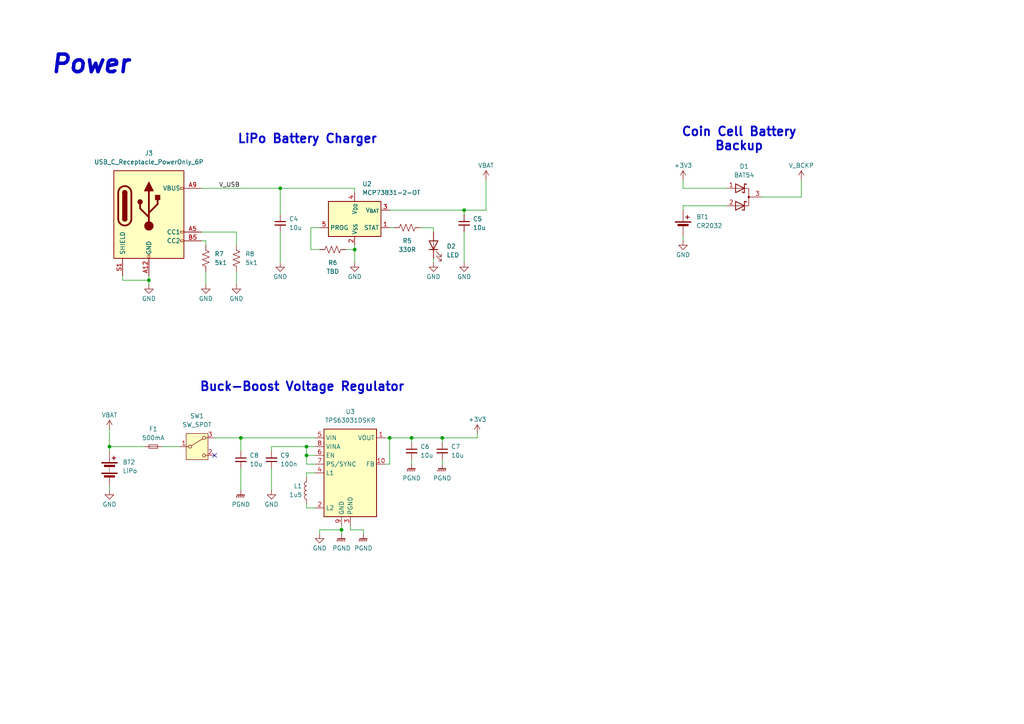
<source format=kicad_sch>
(kicad_sch (version 20231120) (generator "eeschema") (generator_version "8.0")
  (paper "A4")
  (title_block (title "Golf GPS") (date "2025-06-18") (rev "0") (company "Brady Kuhn"))
  (lib_symbols
    (symbol "Battery_Management:MCP73831-2-OT"
      (property "Reference" "U" (at -7.62 6.35 0))
      (property "Value" "MCP73831-2-OT" (at 1.27 6.35 0))
      (symbol "MCP73831-2-OT_0_1"
        (rectangle (start -7.62 5.08) (end 7.62 -5.08) (stroke (width 0.254)) (fill (type background)))
      )
      (symbol "MCP73831-2-OT_1_1"
        (pin tri_state line (at 10.16 -2.54 180) (length 2.54) (name "STAT") (number "1"))
        (pin power_in line (at 0 -7.62 90) (length 2.54) (name "V_{SS}") (number "2"))
        (pin power_out line (at 10.16 2.54 180) (length 2.54) (name "V_{BAT}") (number "3"))
        (pin power_in line (at 0 7.62 270) (length 2.54) (name "V_{DD}") (number "4"))
        (pin input line (at -10.16 -2.54 0) (length 2.54) (name "PROG") (number "5"))
      )
    )
    (symbol "Connector:USB_C_Receptacle_PowerOnly_6P" (pin_names (offset 1.016))
      (property "Reference" "J" (at 0 16.51 0))
      (property "Value" "USB_C_Receptacle_PowerOnly_6P" (at 0 13.97 0))
      (symbol "USB_C_Receptacle_PowerOnly_6P_0_0"
        (rectangle (start -0.254 -12.7) (end 0.254 -11.684))
        (rectangle (start 10.16 -7.366) (end 9.144 -7.874))
        (rectangle (start 10.16 -4.826) (end 9.144 -5.334))
        (rectangle (start 10.16 7.874) (end 9.144 7.366))
      )
      (symbol "USB_C_Receptacle_PowerOnly_6P_0_1"
        (rectangle (start -10.16 12.7) (end 10.16 -12.7) (stroke (width 0.254)) (fill (type background)))
        (arc (start -8.89 -1.27) (mid -6.985 -3.1667) (end -5.08 -1.27) (stroke (width 0.508)))
        (arc (start -7.62 -1.27) (mid -6.985 -1.9023) (end -6.35 -1.27) (stroke (width 0.254)))
        (arc (start -7.62 -1.27) (mid -6.985 -1.9023) (end -6.35 -1.27) (stroke (width 0.254)) (fill (type outline)))
        (rectangle (start -7.62 -1.27) (end -6.35 6.35) (stroke (width 0.254)) (fill (type outline)))
        (arc (start -6.35 6.35) (mid -6.985 6.9823) (end -7.62 6.35) (stroke (width 0.254)))
        (arc (start -6.35 6.35) (mid -6.985 6.9823) (end -7.62 6.35) (stroke (width 0.254)) (fill (type outline)))
        (arc (start -5.08 6.35) (mid -6.985 8.2467) (end -8.89 6.35) (stroke (width 0.508)))
        (circle (center -2.54 3.683) (radius 0.635) (stroke (width 0.254)) (fill (type outline)))
        (circle (center 0 -3.302) (radius 1.27) (fill (type outline)))
        (polyline (pts (xy -8.89 -1.27) (xy -8.89 6.35)) (stroke (width 0.508)))
        (polyline (pts (xy -5.08 6.35) (xy -5.08 -1.27)) (stroke (width 0.508)))
        (polyline (pts (xy 0 -3.302) (xy 0 6.858)) (stroke (width 0.508)))
        (polyline (pts (xy 0 -0.762) (xy -2.54 1.778) (xy -2.54 3.048)) (stroke (width 0.508)))
        (polyline (pts (xy 0 0.508) (xy 2.54 3.048) (xy 2.54 4.318)) (stroke (width 0.508)))
        (polyline (pts (xy -1.27 6.858) (xy 0 9.398) (xy 1.27 6.858) (xy -1.27 6.858)) (stroke (width 0.254)) (fill (type outline)))
        (rectangle (start 1.905 4.318) (end 3.175 5.588) (stroke (width 0.254)) (fill (type outline)))
      )
      (symbol "USB_C_Receptacle_PowerOnly_6P_1_1"
        (pin passive line (at 0 -17.78 90) (length 5.08) (name "GND") (number "A12"))
        (pin bidirectional line (at 15.24 -5.08 180) (length 5.08) (name "CC1") (number "A5"))
        (pin passive line (at 15.24 7.62 180) (length 5.08) (name "VBUS") (number "A9"))
        (pin passive line (at 0 -17.78 90) (length 5.08) hide (name "GND") (number "B12"))
        (pin bidirectional line (at 15.24 -7.62 180) (length 5.08) (name "CC2") (number "B5"))
        (pin passive line (at 15.24 7.62 180) (length 5.08) hide (name "VBUS") (number "B9"))
        (pin passive line (at -7.62 -17.78 90) (length 5.08) (name "SHIELD") (number "S1"))
      )
    )
    (symbol "Device:Battery" (pin_numbers hide) (pin_names (offset 0) hide)
      (property "Reference" "BT" (at 2.54 2.54 0))
      (property "Value" "Battery" (at 2.54 0 0))
      (symbol "Battery_0_1"
        (rectangle (start -2.286 -1.27) (end 2.286 -1.524) (fill (type outline)))
        (rectangle (start -2.286 1.778) (end 2.286 1.524) (fill (type outline)))
        (rectangle (start -1.524 -2.032) (end 1.524 -2.54) (fill (type outline)))
        (rectangle (start -1.524 1.016) (end 1.524 0.508) (fill (type outline)))
        (polyline (pts (xy 0 -1.016) (xy 0 -0.762)))
        (polyline (pts (xy 0 -0.508) (xy 0 -0.254)))
        (polyline (pts (xy 0 0) (xy 0 0.254)))
        (polyline (pts (xy 0 1.778) (xy 0 2.54)))
        (polyline (pts (xy 0.762 3.048) (xy 1.778 3.048)) (stroke (width 0.254)))
        (polyline (pts (xy 1.27 3.556) (xy 1.27 2.54)) (stroke (width 0.254)))
      )
      (symbol "Battery_1_1"
        (pin passive line (at 0 5.08 270) (length 2.54) (name "+") (number "1"))
        (pin passive line (at 0 -5.08 90) (length 2.54) (name "-") (number "2"))
      )
    )
    (symbol "Device:Battery_Cell" (pin_numbers hide) (pin_names (offset 0) hide)
      (property "Reference" "BT" (at 2.54 2.54 0))
      (property "Value" "Battery_Cell" (at 2.54 0 0))
      (symbol "Battery_Cell_0_1"
        (rectangle (start -2.286 1.778) (end 2.286 1.524) (fill (type outline)))
        (rectangle (start -1.524 1.016) (end 1.524 0.508) (fill (type outline)))
        (polyline (pts (xy 0 0.762) (xy 0 0)))
        (polyline (pts (xy 0 1.778) (xy 0 2.54)))
        (polyline (pts (xy 0.762 3.048) (xy 1.778 3.048)) (stroke (width 0.254)))
        (polyline (pts (xy 1.27 3.556) (xy 1.27 2.54)) (stroke (width 0.254)))
      )
      (symbol "Battery_Cell_1_1"
        (pin passive line (at 0 5.08 270) (length 2.54) (name "+") (number "1"))
        (pin passive line (at 0 -2.54 90) (length 2.54) (name "-") (number "2"))
      )
    )
    (symbol "Device:C_Small" (pin_numbers hide) (pin_names (offset 0.254) hide)
      (property "Reference" "C" (at 0.254 1.778 0))
      (property "Value" "C_Small" (at 0.254 -2.032 0))
      (symbol "C_Small_0_1"
        (polyline (pts (xy -1.524 -0.508) (xy 1.524 -0.508)) (stroke (width 0.3302)))
        (polyline (pts (xy -1.524 0.508) (xy 1.524 0.508)) (stroke (width 0.3048)))
      )
      (symbol "C_Small_1_1"
        (pin passive line (at 0 2.54 270) (length 2.032) (name "~") (number "1"))
        (pin passive line (at 0 -2.54 90) (length 2.032) (name "~") (number "2"))
      )
    )
    (symbol "Device:D_Schottky_Dual_CommonCathode_AAK_Parallel" (pin_names (offset 0.762) hide)
      (property "Reference" "D" (at 0 5.08 0))
      (property "Value" "D_Schottky_Dual_CommonCathode_AAK_Parallel" (at 0 -5.08 0))
      (symbol "D_Schottky_Dual_CommonCathode_AAK_Parallel_0_1"
        (polyline (pts (xy 1.27 0) (xy 2.54 0)))
        (polyline (pts (xy -2.54 -2.54) (xy 1.27 -2.54) (xy 1.27 2.54) (xy -2.54 2.54)))
        (polyline (pts (xy -2.54 -1.27) (xy 0 -2.54) (xy -2.54 -3.81) (xy -2.54 -1.27) (xy -2.54 -1.27) (xy -2.54 -1.27)) (stroke (width 0.254)))
        (polyline (pts (xy -2.54 3.81) (xy 0 2.54) (xy -2.54 1.27) (xy -2.54 3.81) (xy -2.54 3.81) (xy -2.54 3.81)) (stroke (width 0.254)))
        (polyline (pts (xy 0.508 -1.524) (xy 0.508 -1.27) (xy 0 -1.27) (xy 0 -3.81) (xy -0.508 -3.81) (xy -0.508 -3.556)) (stroke (width 0.254)))
        (polyline (pts (xy 0.508 3.556) (xy 0.508 3.81) (xy 0 3.81) (xy 0 1.27) (xy -0.508 1.27) (xy -0.508 1.524)) (stroke (width 0.254)))
        (circle (center 1.27 0) (radius 0.254) (fill (type outline)))
        (pin passive line (at -5.08 2.54 0) (length 2.54) (name "K") (number "1"))
        (pin passive line (at -5.08 -2.54 0) (length 2.54) (name "K") (number "2"))
        (pin passive line (at 5.08 0 180) (length 2.54) (name "A") (number "3"))
      )
    )
    (symbol "Device:Fuse_Small" (pin_numbers hide) (pin_names (offset 0.254) hide)
      (property "Reference" "F" (at 0 -1.524 0))
      (property "Value" "Fuse_Small" (at 0 1.524 0))
      (symbol "Fuse_Small_0_1"
        (rectangle (start -1.27 0.508) (end 1.27 -0.508))
        (polyline (pts (xy -1.27 0) (xy 1.27 0)))
      )
      (symbol "Fuse_Small_1_1"
        (pin passive line (at -2.54 0 0) (length 1.27) (name "~") (number "1"))
        (pin passive line (at 2.54 0 180) (length 1.27) (name "~") (number "2"))
      )
    )
    (symbol "Device:L" (pin_numbers hide) (pin_names (offset 1.016) hide)
      (property "Reference" "L" (at -1.27 0 90))
      (property "Value" "L" (at 1.905 0 90))
      (symbol "L_0_1"
        (arc (start 0 -2.54) (mid 0.6323 -1.905) (end 0 -1.27))
        (arc (start 0 -1.27) (mid 0.6323 -0.635) (end 0 0))
        (arc (start 0 0) (mid 0.6323 0.635) (end 0 1.27))
        (arc (start 0 1.27) (mid 0.6323 1.905) (end 0 2.54))
      )
      (symbol "L_1_1"
        (pin passive line (at 0 3.81 270) (length 1.27) (name "1") (number "1"))
        (pin passive line (at 0 -3.81 90) (length 1.27) (name "2") (number "2"))
      )
    )
    (symbol "Device:LED" (pin_numbers hide) (pin_names (offset 1.016) hide)
      (property "Reference" "D" (at 0 2.54 0))
      (property "Value" "LED" (at 0 -2.54 0))
      (symbol "LED_0_1"
        (polyline (pts (xy -1.27 -1.27) (xy -1.27 1.27)) (stroke (width 0.254)))
        (polyline (pts (xy -1.27 0) (xy 1.27 0)))
        (polyline (pts (xy 1.27 -1.27) (xy 1.27 1.27) (xy -1.27 0) (xy 1.27 -1.27)) (stroke (width 0.254)))
        (polyline (pts (xy -3.048 -0.762) (xy -4.572 -2.286) (xy -3.81 -2.286) (xy -4.572 -2.286) (xy -4.572 -1.524)))
        (polyline (pts (xy -1.778 -0.762) (xy -3.302 -2.286) (xy -2.54 -2.286) (xy -3.302 -2.286) (xy -3.302 -1.524)))
      )
      (symbol "LED_1_1"
        (pin passive line (at -3.81 0 0) (length 2.54) (name "K") (number "1"))
        (pin passive line (at 3.81 0 180) (length 2.54) (name "A") (number "2"))
      )
    )
    (symbol "Device:R_US" (pin_numbers hide) (pin_names (offset 0))
      (property "Reference" "R" (at 2.54 0 90))
      (property "Value" "R_US" (at -2.54 0 90))
      (symbol "R_US_0_1"
        (polyline (pts (xy 0 -2.286) (xy 0 -2.54)))
        (polyline (pts (xy 0 2.286) (xy 0 2.54)))
        (polyline (pts (xy 0 -0.762) (xy 1.016 -1.143) (xy 0 -1.524) (xy -1.016 -1.905) (xy 0 -2.286)))
        (polyline (pts (xy 0 0.762) (xy 1.016 0.381) (xy 0 0) (xy -1.016 -0.381) (xy 0 -0.762)))
        (polyline (pts (xy 0 2.286) (xy 1.016 1.905) (xy 0 1.524) (xy -1.016 1.143) (xy 0 0.762)))
      )
      (symbol "R_US_1_1"
        (pin passive line (at 0 3.81 270) (length 1.27) (name "~") (number "1"))
        (pin passive line (at 0 -3.81 90) (length 1.27) (name "~") (number "2"))
      )
    )
    (symbol "Regulator_Switching:TPS63031DSK"
      (property "Reference" "U" (at -7.62 13.97 0))
      (property "Value" "TPS63031DSK" (at 5.08 13.97 0))
      (symbol "TPS63031DSK_0_1"
        (rectangle (start -7.62 12.7) (end 7.62 -12.7) (stroke (width 0.254)) (fill (type background)))
      )
      (symbol "TPS63031DSK_1_1"
        (pin power_out line (at 10.16 10.16 180) (length 2.54) (name "VOUT") (number "1"))
        (pin input line (at 10.16 2.54 180) (length 2.54) (name "FB") (number "10"))
        (pin passive line (at 0 -15.24 90) (length 2.54) hide (name "PGND") (number "11"))
        (pin input line (at -10.16 -10.16 0) (length 2.54) (name "L2") (number "2"))
        (pin power_in line (at 0 -15.24 90) (length 2.54) (name "PGND") (number "3"))
        (pin input line (at -10.16 0 0) (length 2.54) (name "L1") (number "4"))
        (pin power_in line (at -10.16 10.16 0) (length 2.54) (name "VIN") (number "5"))
        (pin input line (at -10.16 5.08 0) (length 2.54) (name "EN") (number "6"))
        (pin input line (at -10.16 2.54 0) (length 2.54) (name "PS/SYNC") (number "7"))
        (pin passive line (at -10.16 7.62 0) (length 2.54) (name "VINA") (number "8"))
        (pin power_in line (at -2.54 -15.24 90) (length 2.54) (name "GND") (number "9"))
      )
    )
    (symbol "Switch:SW_Wuerth_450301014042" (pin_names (offset 1) hide)
      (property "Reference" "SW" (at 0 5.08 0))
      (property "Value" "SW_Wuerth_450301014042" (at 0 -5.08 0))
      (symbol "SW_Wuerth_450301014042_0_1"
        (circle (center -2.032 0) (radius 0.4572))
        (polyline (pts (xy -1.651 0.254) (xy 1.651 2.286)))
        (circle (center 2.032 -2.54) (radius 0.4572))
        (circle (center 2.032 2.54) (radius 0.4572))
      )
      (symbol "SW_Wuerth_450301014042_1_1"
        (rectangle (start -3.175 3.81) (end 3.175 -3.81) (fill (type background)))
        (pin passive line (at -5.08 0 0) (length 2.54) (name "B") (number "1"))
        (pin passive line (at 5.08 -2.54 180) (length 2.54) (name "C") (number "2"))
        (pin passive line (at 5.08 2.54 180) (length 2.54) (name "A") (number "3"))
      )
    )
    (symbol "power:+3V3" (power) (pin_numbers hide) (pin_names (offset 0) hide)
      (property "Value" "+3V3" (at 0 3.556 0))
      (symbol "+3V3_0_1"
        (polyline (pts (xy -0.762 1.27) (xy 0 2.54)))
        (polyline (pts (xy 0 0) (xy 0 2.54)))
        (polyline (pts (xy 0 2.54) (xy 0.762 1.27)))
      )
      (symbol "+3V3_1_1"
        (pin power_in line (at 0 0 90) (length 0) (name "~") (number "1"))
      )
    )
    (symbol "power:GND" (power) (pin_numbers hide) (pin_names (offset 0) hide)
      (property "Value" "GND" (at 0 -3.81 0))
      (symbol "GND_0_1"
        (polyline (pts (xy 0 0) (xy 0 -1.27) (xy 1.27 -1.27) (xy 0 -2.54) (xy -1.27 -1.27) (xy 0 -1.27)))
      )
      (symbol "GND_1_1"
        (pin power_in line (at 0 0 270) (length 0) (name "~") (number "1"))
      )
    )
    (symbol "power:GNDPWR" (power) (pin_numbers hide) (pin_names (offset 0) hide)
      (property "Value" "GNDPWR" (at 0 -3.302 0))
      (symbol "GNDPWR_0_1"
        (polyline (pts (xy 0 -1.27) (xy 0 0)))
        (polyline (pts (xy -1.016 -1.27) (xy -1.27 -2.032) (xy -1.27 -2.032)) (stroke (width 0.2032)))
        (polyline (pts (xy -0.508 -1.27) (xy -0.762 -2.032) (xy -0.762 -2.032)) (stroke (width 0.2032)))
        (polyline (pts (xy 0 -1.27) (xy -0.254 -2.032) (xy -0.254 -2.032)) (stroke (width 0.2032)))
        (polyline (pts (xy 0.508 -1.27) (xy 0.254 -2.032) (xy 0.254 -2.032)) (stroke (width 0.2032)))
        (polyline (pts (xy 1.016 -1.27) (xy -1.016 -1.27) (xy -1.016 -1.27)) (stroke (width 0.2032)))
        (polyline (pts (xy 1.016 -1.27) (xy 0.762 -2.032) (xy 0.762 -2.032) (xy 0.762 -2.032)) (stroke (width 0.2032)))
      )
      (symbol "GNDPWR_1_1"
        (pin power_in line (at 0 0 270) (length 0) (name "~") (number "1"))
      )
    )
  )
  (junction (at 43.18 81.28))
  (junction (at 31.75 129.54))
  (junction (at 113.03 127))
  (junction (at 88.9 132.08))
  (junction (at 69.85 127))
  (junction (at 81.28 54.61))
  (junction (at 134.62 60.96))
  (junction (at 99.06 153.67))
  (junction (at 102.87 72.39))
  (junction (at 119.38 127))
  (junction (at 128.27 127))
  (junction (at 88.9 129.54))
  (no_connect (at 62.23 132.08))
  (wire (pts (xy 46.99 129.54) (xy 52.07 129.54)))
  (wire (pts (xy 69.85 135.89) (xy 69.85 142.24)))
  (wire (pts (xy 198.12 54.61) (xy 210.82 54.61)))
  (wire (pts (xy 69.85 127) (xy 91.44 127)))
  (wire (pts (xy 92.71 153.67) (xy 99.06 153.67)))
  (wire (pts (xy 99.06 152.4) (xy 99.06 153.67)))
  (wire (pts (xy 220.98 57.15) (xy 232.41 57.15)))
  (wire (pts (xy 88.9 132.08) (xy 91.44 132.08)))
  (wire (pts (xy 81.28 67.31) (xy 81.28 76.2)))
  (wire (pts (xy 31.75 129.54) (xy 41.91 129.54)))
  (wire (pts (xy 113.03 134.62) (xy 113.03 127)))
  (wire (pts (xy 198.12 52.07) (xy 198.12 54.61)))
  (wire (pts (xy 134.62 67.31) (xy 134.62 76.2)))
  (wire (pts (xy 92.71 66.04) (xy 90.17 66.04)))
  (wire (pts (xy 111.76 134.62) (xy 113.03 134.62)))
  (wire (pts (xy 88.9 129.54) (xy 91.44 129.54)))
  (wire (pts (xy 92.71 154.94) (xy 92.71 153.67)))
  (wire (pts (xy 43.18 80.01) (xy 43.18 81.28)))
  (wire (pts (xy 59.69 69.85) (xy 58.42 69.85)))
  (wire (pts (xy 35.56 80.01) (xy 35.56 81.28)))
  (wire (pts (xy 198.12 59.69) (xy 210.82 59.69)))
  (wire (pts (xy 43.18 81.28) (xy 43.18 82.55)))
  (wire (pts (xy 138.43 125.73) (xy 138.43 127)))
  (wire (pts (xy 119.38 127) (xy 119.38 128.27)))
  (wire (pts (xy 68.58 67.31) (xy 58.42 67.31)))
  (wire (pts (xy 101.6 152.4) (xy 101.6 153.67)))
  (wire (pts (xy 91.44 137.16) (xy 88.9 137.16)))
  (wire (pts (xy 88.9 134.62) (xy 88.9 132.08)))
  (wire (pts (xy 140.97 52.07) (xy 140.97 60.96)))
  (wire (pts (xy 78.74 130.81) (xy 78.74 129.54)))
  (wire (pts (xy 88.9 137.16) (xy 88.9 138.43)))
  (wire (pts (xy 113.03 66.04) (xy 114.3 66.04)))
  (wire (pts (xy 59.69 78.74) (xy 59.69 82.55)))
  (wire (pts (xy 102.87 72.39) (xy 102.87 76.2)))
  (wire (pts (xy 90.17 72.39) (xy 92.71 72.39)))
  (wire (pts (xy 140.97 60.96) (xy 134.62 60.96)))
  (wire (pts (xy 128.27 128.27) (xy 128.27 127)))
  (wire (pts (xy 119.38 133.35) (xy 119.38 134.62)))
  (wire (pts (xy 134.62 60.96) (xy 113.03 60.96)))
  (wire (pts (xy 198.12 60.96) (xy 198.12 59.69)))
  (wire (pts (xy 35.56 81.28) (xy 43.18 81.28)))
  (wire (pts (xy 31.75 124.46) (xy 31.75 129.54)))
  (wire (pts (xy 58.42 54.61) (xy 81.28 54.61)))
  (wire (pts (xy 91.44 134.62) (xy 88.9 134.62)))
  (wire (pts (xy 128.27 133.35) (xy 128.27 134.62)))
  (wire (pts (xy 119.38 127) (xy 128.27 127)))
  (wire (pts (xy 128.27 127) (xy 138.43 127)))
  (wire (pts (xy 125.73 66.04) (xy 121.92 66.04)))
  (wire (pts (xy 125.73 74.93) (xy 125.73 76.2)))
  (wire (pts (xy 81.28 54.61) (xy 102.87 54.61)))
  (wire (pts (xy 69.85 130.81) (xy 69.85 127)))
  (wire (pts (xy 68.58 71.12) (xy 68.58 67.31)))
  (wire (pts (xy 100.33 72.39) (xy 102.87 72.39)))
  (wire (pts (xy 111.76 127) (xy 113.03 127)))
  (wire (pts (xy 125.73 66.04) (xy 125.73 67.31)))
  (wire (pts (xy 68.58 78.74) (xy 68.58 82.55)))
  (wire (pts (xy 102.87 54.61) (xy 102.87 55.88)))
  (wire (pts (xy 101.6 153.67) (xy 105.41 153.67)))
  (wire (pts (xy 78.74 135.89) (xy 78.74 142.24)))
  (wire (pts (xy 232.41 52.07) (xy 232.41 57.15)))
  (wire (pts (xy 198.12 69.85) (xy 198.12 68.58)))
  (wire (pts (xy 102.87 71.12) (xy 102.87 72.39)))
  (wire (pts (xy 113.03 127) (xy 119.38 127)))
  (wire (pts (xy 91.44 147.32) (xy 88.9 147.32)))
  (wire (pts (xy 88.9 132.08) (xy 88.9 129.54)))
  (wire (pts (xy 31.75 140.97) (xy 31.75 142.24)))
  (wire (pts (xy 81.28 54.61) (xy 81.28 62.23)))
  (wire (pts (xy 78.74 129.54) (xy 88.9 129.54)))
  (wire (pts (xy 134.62 62.23) (xy 134.62 60.96)))
  (wire (pts (xy 105.41 153.67) (xy 105.41 154.94)))
  (wire (pts (xy 62.23 127) (xy 69.85 127)))
  (wire (pts (xy 31.75 130.81) (xy 31.75 129.54)))
  (wire (pts (xy 88.9 147.32) (xy 88.9 146.05)))
  (wire (pts (xy 99.06 153.67) (xy 99.06 154.94)))
  (wire (pts (xy 90.17 66.04) (xy 90.17 72.39)))
  (wire (pts (xy 59.69 71.12) (xy 59.69 69.85)))
  (text "Coin Cell Battery\nBackup" (at 214.376 40.386 0) (effects (font (size 2.54 2.54) (thickness 0.508) (bold yes))))
  (text "Buck-Boost Voltage Regulator" (at 87.63 112.268 0) (effects (font (size 2.54 2.54) (thickness 0.508) (bold yes))))
  (text "LiPo Battery Charger" (at 89.154 40.386 0) (effects (font (size 2.54 2.54) (thickness 0.508) (bold yes))))
  (text "Power" (at 14.478 15.748 0) (effects (font (size 5.08 5.08) (thickness 1.016) (bold yes) (italic yes)) (justify left top)))
  (label "V_USB" (at 63.5 54.61 0))
  (symbol (lib_id "power:+3V3") (at 232.41 52.07 0) (unit 1)
    (property "Reference" "#PWR016" (effects (hide yes)))
    (property "Value" "V_BCKP" (at 232.41 48.006 0))
    (property "Description" "Power symbol creates a global label with name \"+3V3\"" (effects (hide yes)))
  )
  (symbol (lib_id "power:GNDPWR") (at 119.38 134.62 0) (unit 1)
    (property "Reference" "#PWR027" (effects (hide yes)))
    (property "Value" "PGND" (at 119.38 138.684 0))
    (property "Description" "Power symbol creates a global label with name \"GNDPWR\" , global ground" (effects (hide yes)))
  )
  (symbol (lib_id "Device:R_US") (at 96.52 72.39 270) (unit 1)
    (property "Reference" "R6" (at 96.52 76.2 90))
    (property "Value" "TBD" (at 96.52 78.74 90))
    (property "Description" "Resistor, US symbol" (effects (hide yes)))
  )
  (symbol (lib_id "Device:Battery") (at 31.75 135.89 0) (unit 1)
    (property "Reference" "BT2" (at 35.56 134.0484 0) (effects (justify left)))
    (property "Value" "LiPo" (at 35.56 136.5884 0) (effects (justify left)))
    (property "Description" "Multiple-cell battery" (effects (hide yes)))
  )
  (symbol (lib_id "power:GNDPWR") (at 99.06 154.94 0) (unit 1)
    (property "Reference" "#PWR033" (effects (hide yes)))
    (property "Value" "PGND" (at 99.06 159.004 0))
    (property "Description" "Power symbol creates a global label with name \"GNDPWR\" , global ground" (effects (hide yes)))
  )
  (symbol (lib_id "Connector:USB_C_Receptacle_PowerOnly_6P") (at 43.18 62.23 0) (unit 1)
    (property "Reference" "J3" (at 43.18 44.45 0))
    (property "Value" "USB_C_Receptacle_PowerOnly_6P" (at 43.18 46.99 0))
    (property "Datasheet" "https://www.usb.org/sites/default/files/documents/usb_type-c.zip" (effects (hide yes)))
    (property "Description" "USB Power-Only 6P Type-C Receptacle connector" (effects (hide yes)))
  )
  (symbol (lib_id "power:GND") (at 125.73 76.2 0) (unit 1)
    (property "Reference" "#PWR020" (effects (hide yes)))
    (property "Value" "GND" (at 125.73 80.264 0))
    (property "Description" "Power symbol creates a global label with name \"GND\" , ground" (effects (hide yes)))
  )
  (symbol (lib_id "Device:LED") (at 125.73 71.12 90) (unit 1)
    (property "Reference" "D2" (at 129.54 71.4374 90) (effects (justify right)))
    (property "Value" "LED" (at 129.54 73.9774 90) (effects (justify right)))
    (property "Description" "Light emitting diode" (effects (hide yes)))
  )
  (symbol (lib_id "Device:C_Small") (at 119.38 130.81 0) (unit 1)
    (property "Reference" "C6" (at 121.92 129.5462 0) (effects (justify left)))
    (property "Value" "10u" (at 121.92 132.0862 0) (effects (justify left)))
    (property "Description" "Unpolarized capacitor, small symbol" (effects (hide yes)))
  )
  (symbol (lib_id "power:GND") (at 81.28 76.2 0) (unit 1)
    (property "Reference" "#PWR018" (effects (hide yes)))
    (property "Value" "GND" (at 81.28 80.264 0))
    (property "Description" "Power symbol creates a global label with name \"GND\" , ground" (effects (hide yes)))
  )
  (symbol (lib_id "power:+3V3") (at 198.12 52.07 0) (unit 1)
    (property "Reference" "#PWR015" (effects (hide yes)))
    (property "Value" "+3V3" (at 198.12 48.006 0))
    (property "Description" "Power symbol creates a global label with name \"+3V3\"" (effects (hide yes)))
  )
  (symbol (lib_id "power:+3V3") (at 31.75 124.46 0) (unit 1)
    (property "Reference" "#PWR025" (effects (hide yes)))
    (property "Value" "VBAT" (at 31.75 120.396 0))
    (property "Description" "Power symbol creates a global label with name \"+3V3\"" (effects (hide yes)))
  )
  (symbol (lib_id "Device:R_US") (at 118.11 66.04 90) (unit 1)
    (property "Reference" "R5" (at 118.11 69.85 90))
    (property "Value" "330R" (at 118.11 72.39 90))
    (property "Description" "Resistor, US symbol" (effects (hide yes)))
  )
  (symbol (lib_id "Device:R_US") (at 68.58 74.93 0) (unit 1)
    (property "Reference" "R8" (at 71.12 73.6599 0) (effects (justify left)))
    (property "Value" "5k1" (at 71.12 76.1999 0) (effects (justify left)))
    (property "Description" "Resistor, US symbol" (effects (hide yes)))
  )
  (symbol (lib_id "Device:D_Schottky_Dual_CommonCathode_AAK_Parallel") (at 215.9 57.15 0) (unit 1)
    (property "Reference" "D1" (at 215.8365 48.26 0))
    (property "Value" "BAT54" (at 215.8365 50.8 0))
    (property "Description" "Dual Schottky diode, common anode on pin 1" (effects (hide yes)))
  )
  (symbol (lib_id "power:GNDPWR") (at 105.41 154.94 0) (unit 1)
    (property "Reference" "#PWR034" (effects (hide yes)))
    (property "Value" "PGND" (at 105.41 159.004 0))
    (property "Description" "Power symbol creates a global label with name \"GNDPWR\" , global ground" (effects (hide yes)))
  )
  (symbol (lib_id "Regulator_Switching:TPS63031DSK") (at 101.6 137.16 0) (unit 1)
    (property "Reference" "U3" (at 101.6 119.38 0))
    (property "Value" "TPS63031DSKR" (at 101.6 121.92 0))
    (property "Footprint" "Package_SON:WSON-10-1EP_2.5x2.5mm_P0.5mm_EP1.2x2mm" (effects (hide yes)))
    (property "Datasheet" "http://www.ti.com/lit/ds/symlink/tps63031.pdf" (effects (hide yes)))
    (property "Description" "Buck-Boost Converter, 1.8-5.5V Input Voltage, 1A Switch Current, 3.3V Output Voltage, VSON-10 (DSK0010A)" (effects (hide yes)))
  )
  (symbol (lib_id "power:+3V3") (at 138.43 125.73 0) (unit 1)
    (property "Reference" "#PWR026" (effects (hide yes)))
    (property "Value" "+3V3" (at 138.43 121.666 0))
    (property "Description" "Power symbol creates a global label with name \"+3V3\"" (effects (hide yes)))
  )
  (symbol (lib_id "Switch:SW_Wuerth_450301014042") (at 57.15 129.54 0) (unit 1)
    (property "Reference" "SW1" (at 57.15 120.65 0))
    (property "Value" "SW_SPDT" (at 57.15 123.19 0))
    (property "Footprint" "Button_Switch_THT:SW_Slide-03_Wuerth-WS-SLTV_10x2.5x6.4_P2.54mm" (effects (hide yes)))
    (property "Datasheet" "https://www.we-online.com/components/products/datasheet/450301014042.pdf" (effects (hide yes)))
    (property "Description" "Switch slide, single pole double throw" (effects (hide yes)))
  )
  (symbol (lib_id "power:GND") (at 92.71 154.94 0) (unit 1)
    (property "Reference" "#PWR032" (effects (hide yes)))
    (property "Value" "GND" (at 92.71 159.004 0))
    (property "Description" "Power symbol creates a global label with name \"GND\" , ground" (effects (hide yes)))
  )
  (symbol (lib_id "power:GND") (at 68.58 82.55 0) (unit 1)
    (property "Reference" "#PWR024" (effects (hide yes)))
    (property "Value" "GND" (at 68.58 86.614 0))
    (property "Description" "Power symbol creates a global label with name \"GND\" , ground" (effects (hide yes)))
  )
  (symbol (lib_id "Device:C_Small") (at 81.28 64.77 0) (unit 1)
    (property "Reference" "C4" (at 83.82 63.5062 0) (effects (justify left)))
    (property "Value" "10u" (at 83.82 66.0462 0) (effects (justify left)))
    (property "Description" "Unpolarized capacitor, small symbol" (effects (hide yes)))
  )
  (symbol (lib_id "Battery_Management:MCP73831-2-OT") (at 102.87 63.5 0) (unit 1)
    (property "Reference" "U2" (at 105.0641 53.34 0) (effects (justify left)))
    (property "Value" "MCP73831-2-OT" (at 105.0641 55.88 0) (effects (justify left)))
    (property "Footprint" "Package_TO_SOT_SMD:SOT-23-5" (effects (hide yes)))
    (property "Datasheet" "http://ww1.microchip.com/downloads/en/DeviceDoc/20001984g.pdf" (effects (hide yes)))
    (property "Description" "Single cell, Li-Ion/Li-Po charge management controller, 4.20V, Tri-State Status Output, in SOT23-5 package" (effects (hide yes)))
  )
  (symbol (lib_id "Device:L") (at 88.9 142.24 180) (unit 1)
    (property "Reference" "L1" (at 87.63 140.9699 0) (effects (justify left)))
    (property "Value" "1u5" (at 87.63 143.5099 0) (effects (justify left)))
    (property "Footprint" "Inductor_SMD:L_Coilcraft_LPS3010" (effects (hide yes)))
    (property "Description" "Inductor" (effects (hide yes)))
  )
  (symbol (lib_id "power:GNDPWR") (at 128.27 134.62 0) (unit 1)
    (property "Reference" "#PWR028" (effects (hide yes)))
    (property "Value" "PGND" (at 128.27 138.684 0))
    (property "Description" "Power symbol creates a global label with name \"GNDPWR\" , global ground" (effects (hide yes)))
  )
  (symbol (lib_id "power:GND") (at 43.18 82.55 0) (unit 1)
    (property "Reference" "#PWR022" (effects (hide yes)))
    (property "Value" "GND" (at 43.18 86.614 0))
    (property "Description" "Power symbol creates a global label with name \"GND\" , ground" (effects (hide yes)))
  )
  (symbol (lib_id "power:GNDPWR") (at 69.85 142.24 0) (unit 1)
    (property "Reference" "#PWR030" (effects (hide yes)))
    (property "Value" "PGND" (at 69.85 146.304 0))
    (property "Description" "Power symbol creates a global label with name \"GNDPWR\" , global ground" (effects (hide yes)))
  )
  (symbol (lib_id "power:GND") (at 102.87 76.2 0) (unit 1)
    (property "Reference" "#PWR019" (effects (hide yes)))
    (property "Value" "GND" (at 102.87 80.264 0))
    (property "Description" "Power symbol creates a global label with name \"GND\" , ground" (effects (hide yes)))
  )
  (symbol (lib_id "Device:R_US") (at 59.69 74.93 0) (unit 1)
    (property "Reference" "R7" (at 62.23 73.6599 0) (effects (justify left)))
    (property "Value" "5k1" (at 62.23 76.1999 0) (effects (justify left)))
    (property "Description" "Resistor, US symbol" (effects (hide yes)))
  )
  (symbol (lib_id "power:GND") (at 198.12 69.85 0) (unit 1)
    (property "Reference" "#PWR017" (effects (hide yes)))
    (property "Value" "GND" (at 198.12 73.914 0))
    (property "Description" "Power symbol creates a global label with name \"GND\" , ground" (effects (hide yes)))
  )
  (symbol (lib_id "Device:C_Small") (at 78.74 133.35 180) (unit 1)
    (property "Reference" "C9" (at 81.28 132.0735 0) (effects (justify right)))
    (property "Value" "100n" (at 81.28 134.6135 0) (effects (justify right)))
    (property "Description" "Unpolarized capacitor, small symbol" (effects (hide yes)))
  )
  (symbol (lib_id "power:GND") (at 59.69 82.55 0) (unit 1)
    (property "Reference" "#PWR023" (effects (hide yes)))
    (property "Value" "GND" (at 59.69 86.614 0))
    (property "Description" "Power symbol creates a global label with name \"GND\" , ground" (effects (hide yes)))
  )
  (symbol (lib_id "Device:C_Small") (at 134.62 64.77 0) (unit 1)
    (property "Reference" "C5" (at 137.16 63.5062 0) (effects (justify left)))
    (property "Value" "10u" (at 137.16 66.0462 0) (effects (justify left)))
    (property "Description" "Unpolarized capacitor, small symbol" (effects (hide yes)))
  )
  (symbol (lib_id "power:GND") (at 31.75 142.24 0) (unit 1)
    (property "Reference" "#PWR029" (effects (hide yes)))
    (property "Value" "GND" (at 31.75 146.304 0))
    (property "Description" "Power symbol creates a global label with name \"GND\" , ground" (effects (hide yes)))
  )
  (symbol (lib_id "Device:Fuse_Small") (at 44.45 129.54 0) (unit 1)
    (property "Reference" "F1" (at 44.45 124.46 0))
    (property "Value" "500mA" (at 44.45 127 0))
    (property "Description" "Fuse, small symbol" (effects (hide yes)))
  )
  (symbol (lib_id "power:GND") (at 78.74 142.24 0) (unit 1)
    (property "Reference" "#PWR031" (effects (hide yes)))
    (property "Value" "GND" (at 78.74 146.304 0))
    (property "Description" "Power symbol creates a global label with name \"GND\" , ground" (effects (hide yes)))
  )
  (symbol (lib_id "Device:C_Small") (at 69.85 133.35 0) (unit 1)
    (property "Reference" "C8" (at 72.39 132.0862 0) (effects (justify left)))
    (property "Value" "10u" (at 72.39 134.6262 0) (effects (justify left)))
    (property "Description" "Unpolarized capacitor, small symbol" (effects (hide yes)))
  )
  (symbol (lib_id "power:GND") (at 134.62 76.2 0) (unit 1)
    (property "Reference" "#PWR021" (effects (hide yes)))
    (property "Value" "GND" (at 134.62 80.264 0))
    (property "Description" "Power symbol creates a global label with name \"GND\" , ground" (effects (hide yes)))
  )
  (symbol (lib_id "power:+3V3") (at 140.97 52.07 0) (unit 1)
    (property "Reference" "#PWR014" (effects (hide yes)))
    (property "Value" "VBAT" (at 140.97 48.006 0))
    (property "Description" "Power symbol creates a global label with name \"+3V3\"" (effects (hide yes)))
  )
  (symbol (lib_id "Device:C_Small") (at 128.27 130.81 0) (unit 1)
    (property "Reference" "C7" (at 130.81 129.5462 0) (effects (justify left)))
    (property "Value" "10u" (at 130.81 132.0862 0) (effects (justify left)))
    (property "Description" "Unpolarized capacitor, small symbol" (effects (hide yes)))
  )
  (symbol (lib_id "Device:Battery_Cell") (at 198.12 66.04 0) (unit 1)
    (property "Reference" "BT1" (at 201.93 62.9284 0) (effects (justify left)))
    (property "Value" "CR2032" (at 201.93 65.4684 0) (effects (justify left)))
    (property "Description" "Single-cell battery" (effects (hide yes)))
  )
)
</source>
